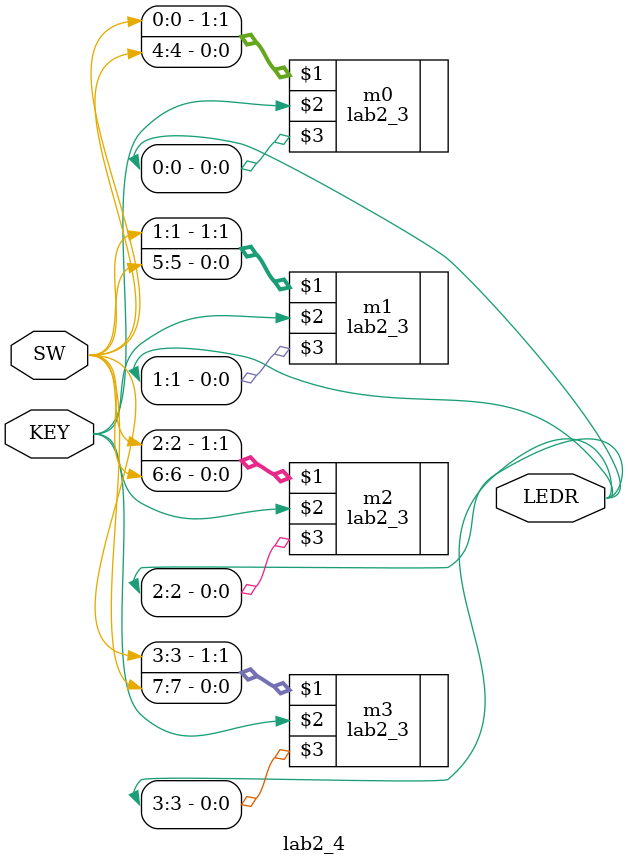
<source format=v>
module lab2_4 (SW,LEDR,KEY);  
input [7:0]SW;  
input [0:0] KEY;  
output [3:0] LEDR; 
 
lab2_3 m0({SW[0],SW[4]},KEY[0],LEDR[0]);  
lab2_3 m1({SW[1],SW[5]},KEY[0],LEDR[1]);  
lab2_3 m2({SW[2],SW[6]},KEY[0],LEDR[2]);  
lab2_3 m3({SW[3],SW[7]},KEY[0],LEDR[3]); 
 
endmodule 
</source>
